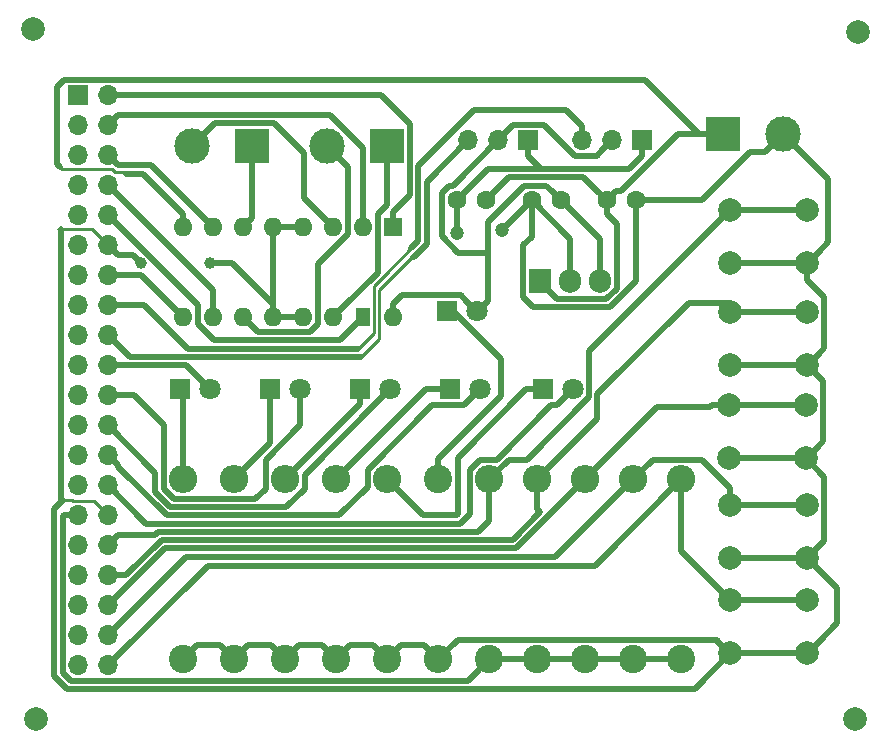
<source format=gbr>
G04 #@! TF.GenerationSoftware,KiCad,Pcbnew,(5.1.2)-2*
G04 #@! TF.CreationDate,2020-01-08T10:24:07+07:00*
G04 #@! TF.ProjectId,FPGA_PROJECT,46504741-5f50-4524-9f4a-4543542e6b69,rev?*
G04 #@! TF.SameCoordinates,Original*
G04 #@! TF.FileFunction,Copper,L2,Bot*
G04 #@! TF.FilePolarity,Positive*
%FSLAX46Y46*%
G04 Gerber Fmt 4.6, Leading zero omitted, Abs format (unit mm)*
G04 Created by KiCad (PCBNEW (5.1.2)-2) date 2020-01-08 10:24:07*
%MOMM*%
%LPD*%
G04 APERTURE LIST*
%ADD10O,1.700000X1.700000*%
%ADD11R,1.700000X1.700000*%
%ADD12C,2.400000*%
%ADD13O,2.400000X2.400000*%
%ADD14R,1.905000X2.000000*%
%ADD15O,1.905000X2.000000*%
%ADD16C,2.000000*%
%ADD17C,1.600000*%
%ADD18C,1.800000*%
%ADD19R,1.800000X1.800000*%
%ADD20C,3.000000*%
%ADD21R,3.000000X3.000000*%
%ADD22R,1.600000X1.600000*%
%ADD23O,1.600000X1.600000*%
%ADD24R,1.200000X1.600000*%
%ADD25C,1.000000*%
%ADD26C,1.200000*%
%ADD27C,0.500000*%
%ADD28C,0.250000*%
G04 APERTURE END LIST*
D10*
X130556000Y-37338000D03*
X133096000Y-37338000D03*
D11*
X135636000Y-37338000D03*
D12*
X118364000Y-66040000D03*
D13*
X118364000Y-81280000D03*
D14*
X127000000Y-49276000D03*
D15*
X129540000Y-49276000D03*
X132080000Y-49276000D03*
D12*
X114046000Y-81280000D03*
D13*
X114046000Y-66040000D03*
D16*
X149606000Y-51888000D03*
X149606000Y-56388000D03*
X143106000Y-51888000D03*
X143106000Y-56388000D03*
D13*
X109728000Y-66040000D03*
D12*
X109728000Y-81280000D03*
D17*
X132628000Y-42418000D03*
X135128000Y-42418000D03*
X119928000Y-42418000D03*
X122428000Y-42418000D03*
X128778000Y-42418000D03*
X126278000Y-42418000D03*
D18*
X121666000Y-51816000D03*
D19*
X119126000Y-51816000D03*
X96520000Y-58420000D03*
D18*
X99060000Y-58420000D03*
D19*
X104140000Y-58420000D03*
D18*
X106680000Y-58420000D03*
X114300000Y-58420000D03*
D19*
X111760000Y-58420000D03*
X119380000Y-58420000D03*
D18*
X121920000Y-58420000D03*
X129794000Y-58420000D03*
D19*
X127254000Y-58420000D03*
D20*
X147574000Y-36830000D03*
D21*
X142494000Y-36830000D03*
D11*
X125984000Y-37338000D03*
D10*
X123444000Y-37338000D03*
X120904000Y-37338000D03*
D21*
X102616000Y-37846000D03*
D20*
X97536000Y-37846000D03*
D21*
X114046000Y-37846000D03*
D20*
X108966000Y-37846000D03*
D13*
X96774000Y-66040000D03*
D12*
X96774000Y-81280000D03*
X101092000Y-81280000D03*
D13*
X101092000Y-66040000D03*
X105410000Y-66040000D03*
D12*
X105410000Y-81280000D03*
D16*
X143106000Y-47752000D03*
X143106000Y-43252000D03*
X149606000Y-47752000D03*
X149606000Y-43252000D03*
X143002000Y-64262000D03*
X143002000Y-59762000D03*
X149502000Y-64262000D03*
X149502000Y-59762000D03*
X149591001Y-68211001D03*
X149591001Y-72711001D03*
X143091001Y-68211001D03*
X143091001Y-72711001D03*
X143106000Y-80772000D03*
X143106000Y-76272000D03*
X149606000Y-80772000D03*
X149606000Y-76272000D03*
D22*
X114554000Y-44704000D03*
D23*
X96774000Y-52324000D03*
X112014000Y-44704000D03*
X99314000Y-52324000D03*
X109474000Y-44704000D03*
X101854000Y-52324000D03*
X106934000Y-44704000D03*
X104394000Y-52324000D03*
X104394000Y-44704000D03*
X106934000Y-52324000D03*
X101854000Y-44704000D03*
X109474000Y-52324000D03*
X99314000Y-44704000D03*
D24*
X112014000Y-52324000D03*
D23*
X96774000Y-44704000D03*
X114554000Y-52324000D03*
D11*
X87884000Y-33528000D03*
D10*
X90424000Y-33528000D03*
X87884000Y-36068000D03*
X90424000Y-36068000D03*
X87884000Y-38608000D03*
X90424000Y-38608000D03*
X87884000Y-41148000D03*
X90424000Y-41148000D03*
X87884000Y-43688000D03*
X90424000Y-43688000D03*
X87884000Y-46228000D03*
X90424000Y-46228000D03*
X87884000Y-48768000D03*
X90424000Y-48768000D03*
X87884000Y-51308000D03*
X90424000Y-51308000D03*
X87884000Y-53848000D03*
X90424000Y-53848000D03*
X87884000Y-56388000D03*
X90424000Y-56388000D03*
X87884000Y-58928000D03*
X90424000Y-58928000D03*
X87884000Y-61468000D03*
X90424000Y-61468000D03*
X87884000Y-64008000D03*
X90424000Y-64008000D03*
X87884000Y-66548000D03*
X90424000Y-66548000D03*
X87884000Y-69088000D03*
X90424000Y-69088000D03*
X87884000Y-71628000D03*
X90424000Y-71628000D03*
X87884000Y-74168000D03*
X90424000Y-74168000D03*
X87884000Y-76708000D03*
X90424000Y-76708000D03*
X87884000Y-79248000D03*
X90424000Y-79248000D03*
X87884000Y-81788000D03*
X90424000Y-81788000D03*
D12*
X122682000Y-81280000D03*
D13*
X122682000Y-66040000D03*
X126746000Y-66040000D03*
D12*
X126746000Y-81280000D03*
X130810000Y-81280000D03*
D13*
X130810000Y-66040000D03*
X134874000Y-66040000D03*
D12*
X134874000Y-81280000D03*
X138938000Y-81280000D03*
D13*
X138938000Y-66040000D03*
D16*
X153924000Y-28194000D03*
X153670000Y-86360000D03*
X84328000Y-86360000D03*
X84074000Y-27940000D03*
D25*
X99060000Y-47752000D03*
X93218000Y-47752000D03*
D26*
X119928000Y-45172000D03*
X123738000Y-44958000D03*
D27*
X128452500Y-50776000D02*
X127000000Y-49323500D01*
X127000000Y-49323500D02*
X127000000Y-49276000D01*
X133482510Y-49904438D02*
X132610948Y-50776000D01*
X133482510Y-44403880D02*
X133482510Y-49904438D01*
X132628000Y-43549370D02*
X133482510Y-44403880D01*
X132610948Y-50776000D02*
X128452500Y-50776000D01*
X132628000Y-42418000D02*
X132628000Y-43549370D01*
X96774000Y-43572630D02*
X93359379Y-40158009D01*
X96774000Y-44704000D02*
X96774000Y-43572630D01*
X93359379Y-40158009D02*
X91948000Y-40158009D01*
D28*
X90785815Y-39783001D02*
X86519001Y-39783001D01*
X91035823Y-40033009D02*
X90785815Y-39783001D01*
X91849009Y-40033009D02*
X91035823Y-40033009D01*
X91948000Y-40158009D02*
X91948000Y-40132000D01*
X91948000Y-40132000D02*
X91849009Y-40033009D01*
X86519001Y-39783001D02*
X86360000Y-39624000D01*
D27*
X86673999Y-32227999D02*
X86106000Y-32795998D01*
X135891999Y-32227999D02*
X86673999Y-32227999D01*
X140494000Y-36830000D02*
X135891999Y-32227999D01*
X86106000Y-39370000D02*
X86360000Y-39624000D01*
X86106000Y-32795998D02*
X86106000Y-39370000D01*
X131828001Y-41618001D02*
X132628000Y-42418000D01*
X130677989Y-40467989D02*
X131828001Y-41618001D01*
X124378011Y-40467989D02*
X130677989Y-40467989D01*
X122428000Y-42418000D02*
X124378011Y-40467989D01*
X140494000Y-36830000D02*
X142494000Y-36830000D01*
X138654002Y-36830000D02*
X140494000Y-36830000D01*
X133866001Y-41618001D02*
X138654002Y-36830000D01*
X133427999Y-41618001D02*
X133866001Y-41618001D01*
X132628000Y-42418000D02*
X133427999Y-41618001D01*
X104394000Y-44704000D02*
X106934000Y-44704000D01*
X99892001Y-80080001D02*
X101092000Y-81280000D01*
X97973999Y-80080001D02*
X99892001Y-80080001D01*
X96774000Y-81280000D02*
X97973999Y-80080001D01*
X104210001Y-80080001D02*
X105410000Y-81280000D01*
X102291999Y-80080001D02*
X104210001Y-80080001D01*
X101092000Y-81280000D02*
X102291999Y-80080001D01*
X108528001Y-80080001D02*
X109728000Y-81280000D01*
X106609999Y-80080001D02*
X108528001Y-80080001D01*
X105410000Y-81280000D02*
X106609999Y-80080001D01*
X112846001Y-80080001D02*
X114046000Y-81280000D01*
X110927999Y-80080001D02*
X112846001Y-80080001D01*
X109728000Y-81280000D02*
X110927999Y-80080001D01*
X117164001Y-80080001D02*
X118364000Y-81280000D01*
X115245999Y-80080001D02*
X117164001Y-80080001D01*
X114046000Y-81280000D02*
X115245999Y-80080001D01*
X150605999Y-55388001D02*
X149606000Y-56388000D01*
X151056001Y-54937999D02*
X150605999Y-55388001D01*
X151056001Y-50616214D02*
X151056001Y-54937999D01*
X149606000Y-49166213D02*
X151056001Y-50616214D01*
X149606000Y-47752000D02*
X149606000Y-49166213D01*
X150501999Y-63262001D02*
X149502000Y-64262000D01*
X150952001Y-62811999D02*
X150501999Y-63262001D01*
X150952001Y-57734001D02*
X150952001Y-62811999D01*
X149606000Y-56388000D02*
X150952001Y-57734001D01*
X150591000Y-71711002D02*
X149591001Y-72711001D01*
X151041002Y-71261000D02*
X150591000Y-71711002D01*
X151041002Y-65801002D02*
X151041002Y-71261000D01*
X149502000Y-64262000D02*
X151041002Y-65801002D01*
X150605999Y-79772001D02*
X149606000Y-80772000D01*
X152146000Y-78232000D02*
X150605999Y-79772001D01*
X152146000Y-75266000D02*
X152146000Y-78232000D01*
X149591001Y-72711001D02*
X152146000Y-75266000D01*
X144520213Y-80772000D02*
X149606000Y-80772000D01*
X143106000Y-80772000D02*
X144520213Y-80772000D01*
X143091001Y-72711001D02*
X149591001Y-72711001D01*
X143002000Y-64262000D02*
X149502000Y-64262000D01*
X143106000Y-56388000D02*
X149606000Y-56388000D01*
X143106000Y-47752000D02*
X149606000Y-47752000D01*
X150605999Y-46752001D02*
X149606000Y-47752000D01*
X151384000Y-45974000D02*
X150605999Y-46752001D01*
X151384000Y-40640000D02*
X151384000Y-45974000D01*
X147574000Y-36830000D02*
X151384000Y-40640000D01*
X129540000Y-45680000D02*
X126278000Y-42418000D01*
X129540000Y-49276000D02*
X129540000Y-45680000D01*
X104394000Y-45835370D02*
X104394000Y-52324000D01*
X104394000Y-44704000D02*
X104394000Y-45835370D01*
X135128000Y-43549370D02*
X135128000Y-42418000D01*
X135128000Y-49248911D02*
X135128000Y-43549370D01*
X132900901Y-51476010D02*
X135128000Y-49248911D01*
X126437508Y-51476010D02*
X132900901Y-51476010D01*
X125597499Y-50636001D02*
X126437508Y-51476010D01*
X125597499Y-46185449D02*
X125597499Y-50636001D01*
X126278000Y-45504948D02*
X125597499Y-46185449D01*
X126278000Y-42418000D02*
X126278000Y-45504948D01*
X142106001Y-79772001D02*
X143106000Y-80772000D01*
X141963999Y-79629999D02*
X142106001Y-79772001D01*
X120014001Y-79629999D02*
X141963999Y-79629999D01*
X118364000Y-81280000D02*
X120014001Y-79629999D01*
X85883989Y-82701954D02*
X85883989Y-68548011D01*
X86970046Y-83788011D02*
X85883989Y-82701954D01*
X143106000Y-80772000D02*
X140089989Y-83788011D01*
X140089989Y-83788011D02*
X86970046Y-83788011D01*
X85883989Y-68548011D02*
X86614000Y-67818000D01*
D28*
X89574001Y-68238001D02*
X90424000Y-69088000D01*
X89248999Y-67912999D02*
X89574001Y-68238001D01*
X87470999Y-67912999D02*
X89248999Y-67912999D01*
X87376000Y-67818000D02*
X87470999Y-67912999D01*
X86614000Y-67818000D02*
X87376000Y-67818000D01*
D27*
X146074001Y-38329999D02*
X147574000Y-36830000D01*
X144804003Y-38329999D02*
X146074001Y-38329999D01*
X140716002Y-42418000D02*
X144804003Y-38329999D01*
X135128000Y-42418000D02*
X140716002Y-42418000D01*
X104394000Y-51192630D02*
X100953370Y-47752000D01*
X104394000Y-52324000D02*
X104394000Y-51192630D01*
X100953370Y-47752000D02*
X99060000Y-47752000D01*
X99060000Y-47752000D02*
X99060000Y-47752000D01*
X91273999Y-47077999D02*
X92543999Y-47077999D01*
X90424000Y-46228000D02*
X91273999Y-47077999D01*
X92543999Y-47077999D02*
X93218000Y-47752000D01*
X93218000Y-47752000D02*
X93218000Y-47752000D01*
D28*
X90424000Y-46228000D02*
X89059001Y-44863001D01*
D27*
X86454999Y-67977001D02*
X85883989Y-68548011D01*
X86454999Y-44863001D02*
X86454999Y-67977001D01*
D28*
X86454999Y-44863001D02*
X86200999Y-44863001D01*
X89059001Y-44863001D02*
X86454999Y-44863001D01*
D27*
X120727999Y-41618001D02*
X119928000Y-42418000D01*
X122578021Y-39767979D02*
X120727999Y-41618001D01*
X135636000Y-38688000D02*
X134556021Y-39767979D01*
X135636000Y-37338000D02*
X135636000Y-38688000D01*
X104394000Y-52324000D02*
X106934000Y-52324000D01*
X119928000Y-42418000D02*
X119928000Y-45172000D01*
X126278000Y-42418000D02*
X123738000Y-44958000D01*
X119928000Y-45172000D02*
X119928000Y-45172000D01*
X123738000Y-44958000D02*
X123738000Y-44958000D01*
X127063979Y-39767979D02*
X129683979Y-39767979D01*
X125984000Y-38688000D02*
X127063979Y-39767979D01*
X125984000Y-37338000D02*
X125984000Y-38688000D01*
X134556021Y-39767979D02*
X129683979Y-39767979D01*
X129683979Y-39767979D02*
X122578021Y-39767979D01*
X132080000Y-45720000D02*
X128778000Y-42418000D01*
X132080000Y-49276000D02*
X132080000Y-45720000D01*
X120766001Y-50916001D02*
X121666000Y-51816000D01*
X120315999Y-50465999D02*
X120766001Y-50916001D01*
X115280631Y-50465999D02*
X120315999Y-50465999D01*
X114554000Y-51192630D02*
X115280631Y-50465999D01*
X114554000Y-52324000D02*
X114554000Y-51192630D01*
X127978001Y-41618001D02*
X128778000Y-42418000D01*
X127527999Y-41167999D02*
X127978001Y-41618001D01*
X125677999Y-41167999D02*
X127527999Y-41167999D01*
X122565999Y-44279999D02*
X125677999Y-41167999D01*
X121666000Y-51816000D02*
X122565999Y-50916001D01*
X132246001Y-38187999D02*
X133096000Y-37338000D01*
X131795999Y-38638001D02*
X132246001Y-38187999D01*
X129931999Y-38638001D02*
X131795999Y-38638001D01*
X127331997Y-36037999D02*
X129931999Y-38638001D01*
X124744001Y-36037999D02*
X127331997Y-36037999D01*
X123444000Y-37338000D02*
X124744001Y-36037999D01*
X118677999Y-45476001D02*
X120075997Y-46873999D01*
X118677999Y-41817999D02*
X118677999Y-45476001D01*
X119614001Y-41167999D02*
X119327999Y-41167999D01*
X120075997Y-46873999D02*
X122565999Y-46873999D01*
X123444000Y-37338000D02*
X119614001Y-41167999D01*
X119327999Y-41167999D02*
X118677999Y-41817999D01*
X122565999Y-50916001D02*
X122565999Y-46873999D01*
X122565999Y-46873999D02*
X122565999Y-44279999D01*
X118364000Y-64342944D02*
X118364000Y-66040000D01*
X123698000Y-59008944D02*
X118364000Y-64342944D01*
X123698000Y-55846002D02*
X123698000Y-59008944D01*
X119667998Y-51816000D02*
X123698000Y-55846002D01*
X119126000Y-51816000D02*
X119667998Y-51816000D01*
X96774000Y-58674000D02*
X96520000Y-58420000D01*
X96774000Y-66040000D02*
X96774000Y-58674000D01*
X97028000Y-56388000D02*
X99060000Y-58420000D01*
X90424000Y-56388000D02*
X97028000Y-56388000D01*
X104140000Y-62992000D02*
X104140000Y-58420000D01*
X101092000Y-66040000D02*
X104140000Y-62992000D01*
X106680000Y-59692792D02*
X106680000Y-58420000D01*
X106680000Y-61441962D02*
X106680000Y-59692792D01*
X103759999Y-64361963D02*
X106680000Y-61441962D01*
X103759999Y-66832001D02*
X103759999Y-64361963D01*
X102901999Y-67690001D02*
X103759999Y-66832001D01*
X95981999Y-67690001D02*
X102901999Y-67690001D01*
X95123999Y-66832001D02*
X95981999Y-67690001D01*
X95123999Y-61432047D02*
X95123999Y-66832001D01*
X92619952Y-58928000D02*
X95123999Y-61432047D01*
X90424000Y-58928000D02*
X92619952Y-58928000D01*
X113400001Y-59319999D02*
X114300000Y-58420000D01*
X107060001Y-65659999D02*
X113400001Y-59319999D01*
X105501991Y-68390011D02*
X107060001Y-66832001D01*
X95692046Y-68390011D02*
X105501991Y-68390011D01*
X94423989Y-67121954D02*
X95692046Y-68390011D01*
X107060001Y-66832001D02*
X107060001Y-65659999D01*
X94423989Y-65467989D02*
X94423989Y-67121954D01*
X90424000Y-61468000D02*
X94423989Y-65467989D01*
X111760000Y-59690000D02*
X111760000Y-58420000D01*
X105410000Y-66040000D02*
X111760000Y-59690000D01*
X117348000Y-58420000D02*
X109728000Y-66040000D01*
X119380000Y-58420000D02*
X117348000Y-58420000D01*
X121020001Y-59319999D02*
X121920000Y-58420000D01*
X120569999Y-59770001D02*
X121020001Y-59319999D01*
X112395999Y-65247999D02*
X117873997Y-59770001D01*
X112395999Y-66674001D02*
X112395999Y-65247999D01*
X109979979Y-69090021D02*
X112395999Y-66674001D01*
X95402093Y-69090021D02*
X109979979Y-69090021D01*
X117873997Y-59770001D02*
X120569999Y-59770001D01*
X91273999Y-64961927D02*
X95402093Y-69090021D01*
X91273999Y-64857999D02*
X91273999Y-64961927D01*
X90424000Y-64008000D02*
X91273999Y-64857999D01*
X93666031Y-69790031D02*
X120201969Y-69790031D01*
X90424000Y-66548000D02*
X93666031Y-69790031D01*
X121031999Y-65247999D02*
X121889999Y-64389999D01*
X120201969Y-69790031D02*
X121031999Y-68960001D01*
X121031999Y-68960001D02*
X121031999Y-65247999D01*
X128894001Y-59319999D02*
X129794000Y-58420000D01*
X128443999Y-59770001D02*
X128894001Y-59319999D01*
X127962037Y-59770001D02*
X128443999Y-59770001D01*
X123342039Y-64389999D02*
X127962037Y-59770001D01*
X121889999Y-64389999D02*
X123342039Y-64389999D01*
X120014001Y-68961999D02*
X119885979Y-69090021D01*
X120014001Y-64259999D02*
X120014001Y-68961999D01*
X127254000Y-58420000D02*
X125854000Y-58420000D01*
X125854000Y-58420000D02*
X120014001Y-64259999D01*
X117096021Y-69090021D02*
X114046000Y-66040000D01*
X119885979Y-69090021D02*
X117096021Y-69090021D01*
X91626081Y-33528000D02*
X90424000Y-33528000D01*
X113538002Y-33528000D02*
X91626081Y-33528000D01*
X115996001Y-35985999D02*
X113538002Y-33528000D01*
X115996001Y-41961999D02*
X115996001Y-35985999D01*
X114554000Y-43404000D02*
X115996001Y-41961999D01*
X114554000Y-44704000D02*
X114554000Y-43404000D01*
X112014000Y-43572630D02*
X112014000Y-44704000D01*
X112014000Y-38007998D02*
X112014000Y-43572630D01*
X109201991Y-35195989D02*
X112014000Y-38007998D01*
X91296011Y-35195989D02*
X109201991Y-35195989D01*
X90424000Y-36068000D02*
X91296011Y-35195989D01*
X98514001Y-43904001D02*
X99314000Y-44704000D01*
X94067999Y-39457999D02*
X98514001Y-43904001D01*
X91273999Y-39457999D02*
X94067999Y-39457999D01*
X90424000Y-38608000D02*
X91273999Y-39457999D01*
X99314000Y-50038000D02*
X90424000Y-41148000D01*
X99314000Y-52324000D02*
X99314000Y-50038000D01*
X91273999Y-44537999D02*
X90424000Y-43688000D01*
X98024001Y-51288001D02*
X91273999Y-44537999D01*
X98024001Y-52924001D02*
X98024001Y-51288001D01*
X99374011Y-54274011D02*
X98024001Y-52924001D01*
X110063989Y-54274011D02*
X99374011Y-54274011D01*
X112014000Y-52324000D02*
X110063989Y-54274011D01*
X93218000Y-48768000D02*
X96774000Y-52324000D01*
X90424000Y-48768000D02*
X93218000Y-48768000D01*
X90424000Y-51308000D02*
X93487982Y-51308000D01*
X93487982Y-51308000D02*
X97154003Y-54974021D01*
D28*
X116332000Y-46228000D02*
X116078000Y-46482000D01*
D27*
X97154003Y-54974021D02*
X111573981Y-54974021D01*
D28*
X113839009Y-48720991D02*
X116078000Y-46482000D01*
X113839009Y-48772177D02*
X113839009Y-48720991D01*
X112939001Y-49672185D02*
X113839009Y-48772177D01*
X112939001Y-53609001D02*
X112939001Y-49672185D01*
X111573981Y-54974021D02*
X112939001Y-53609001D01*
D27*
X116696011Y-45863989D02*
X116078000Y-46482000D01*
X116696011Y-39513989D02*
X116696011Y-45863989D01*
X121412000Y-34798000D02*
X116696011Y-39513989D01*
X129218081Y-34798000D02*
X121412000Y-34798000D01*
X130556000Y-37338000D02*
X130556000Y-36135919D01*
X130556000Y-36135919D02*
X129218081Y-34798000D01*
X111849974Y-55687990D02*
X111863935Y-55674029D01*
X90424000Y-53848000D02*
X92263990Y-55687990D01*
X92263990Y-55687990D02*
X111849974Y-55687990D01*
D28*
X113389010Y-54148954D02*
X113389010Y-49984176D01*
X111849974Y-55687990D02*
X113389010Y-54148954D01*
X113389010Y-49984176D02*
X116316178Y-47057008D01*
D27*
X120904000Y-37338000D02*
X117396021Y-40845979D01*
X116367954Y-47182008D02*
X116230593Y-47182008D01*
X117396021Y-40845979D02*
X117396021Y-46153942D01*
X117396021Y-46153942D02*
X116367954Y-47182008D01*
X122682000Y-81280000D02*
X126746000Y-81280000D01*
X130810000Y-81280000D02*
X126746000Y-81280000D01*
X130810000Y-81280000D02*
X134874000Y-81280000D01*
X134874000Y-81280000D02*
X138938000Y-81280000D01*
X121482001Y-82479999D02*
X122682000Y-81280000D01*
X87259999Y-83088001D02*
X120873999Y-83088001D01*
X86583999Y-82412001D02*
X87259999Y-83088001D01*
X86583999Y-69185920D02*
X86583999Y-82412001D01*
X86681919Y-69088000D02*
X86583999Y-69185920D01*
X120873999Y-83088001D02*
X121482001Y-82479999D01*
X87884000Y-69088000D02*
X86681919Y-69088000D01*
X102616000Y-43942000D02*
X101854000Y-44704000D01*
X102616000Y-37846000D02*
X102616000Y-43942000D01*
X108674001Y-43904001D02*
X109474000Y-44704000D01*
X107015999Y-42245999D02*
X108674001Y-43904001D01*
X107015999Y-38435997D02*
X107015999Y-42245999D01*
X104476001Y-35895999D02*
X107015999Y-38435997D01*
X99486001Y-35895999D02*
X104476001Y-35895999D01*
X97536000Y-37846000D02*
X99486001Y-35895999D01*
X110273999Y-51524001D02*
X109474000Y-52324000D01*
X113264001Y-48533999D02*
X110273999Y-51524001D01*
X113264001Y-43583997D02*
X113264001Y-48533999D01*
X114046000Y-42801998D02*
X113264001Y-43583997D01*
X114046000Y-37846000D02*
X114046000Y-42801998D01*
X110465999Y-39345999D02*
X108966000Y-37846000D01*
X110724001Y-45304001D02*
X110724001Y-39604001D01*
X108223999Y-47804003D02*
X110724001Y-45304001D01*
X108223999Y-52884003D02*
X108223999Y-47804003D01*
X110724001Y-39604001D02*
X110465999Y-39345999D01*
X107534001Y-53574001D02*
X108223999Y-52884003D01*
X103104001Y-53574001D02*
X107534001Y-53574001D01*
X101854000Y-52324000D02*
X103104001Y-53574001D01*
X131144001Y-55213999D02*
X143106000Y-43252000D01*
X131144001Y-59101999D02*
X131144001Y-55213999D01*
X125856001Y-64389999D02*
X131144001Y-59101999D01*
X122682000Y-66040000D02*
X124332001Y-64389999D01*
X124332001Y-64389999D02*
X125856001Y-64389999D01*
X144520213Y-43252000D02*
X149606000Y-43252000D01*
X143106000Y-43252000D02*
X144520213Y-43252000D01*
X94374073Y-70778001D02*
X94662033Y-70490041D01*
X90424000Y-71628000D02*
X91273999Y-70778001D01*
X91273999Y-70778001D02*
X94374073Y-70778001D01*
X94662033Y-70490041D02*
X121787959Y-70490041D01*
X122682000Y-69596000D02*
X122682000Y-66040000D01*
X121787959Y-70490041D02*
X122682000Y-69596000D01*
X141676788Y-51111001D02*
X143091001Y-51111001D01*
X139572997Y-51111001D02*
X141676788Y-51111001D01*
X131844011Y-58839987D02*
X139572997Y-51111001D01*
X131844011Y-60941989D02*
X131844011Y-58839987D01*
X126746000Y-66040000D02*
X131844011Y-60941989D01*
X144520213Y-51888000D02*
X149606000Y-51888000D01*
X143106000Y-51888000D02*
X144520213Y-51888000D01*
X91974037Y-74168000D02*
X94951986Y-71190051D01*
X90424000Y-74168000D02*
X91974037Y-74168000D01*
X94951986Y-71190051D02*
X124669987Y-71190051D01*
X124669987Y-71190051D02*
X127013019Y-68847019D01*
X126746000Y-68580000D02*
X126746000Y-66040000D01*
X127013019Y-68847019D02*
X126746000Y-68580000D01*
X90424000Y-76708000D02*
X95241939Y-71890061D01*
X124959939Y-71890061D02*
X130810000Y-66040000D01*
X95241939Y-71890061D02*
X124959939Y-71890061D01*
X141587787Y-59762000D02*
X143002000Y-59762000D01*
X141405787Y-59944000D02*
X141587787Y-59762000D01*
X136906000Y-59944000D02*
X141405787Y-59944000D01*
X130810000Y-66040000D02*
X136906000Y-59944000D01*
X144416213Y-59762000D02*
X149502000Y-59762000D01*
X143002000Y-59762000D02*
X144416213Y-59762000D01*
X128270000Y-72644000D02*
X134874000Y-66040000D01*
X90424000Y-79248000D02*
X97028000Y-72644000D01*
X97028000Y-72644000D02*
X128270000Y-72644000D01*
X143091001Y-66796788D02*
X143091001Y-68211001D01*
X140684212Y-64389999D02*
X143091001Y-66796788D01*
X136524001Y-64389999D02*
X140684212Y-64389999D01*
X134874000Y-66040000D02*
X136524001Y-64389999D01*
X143091001Y-68211001D02*
X149591001Y-68211001D01*
X90424000Y-81788000D02*
X98867990Y-73344010D01*
X131633990Y-73344010D02*
X138938000Y-66040000D01*
X98867990Y-73344010D02*
X131633990Y-73344010D01*
X138938000Y-72104000D02*
X143106000Y-76272000D01*
X138938000Y-66040000D02*
X138938000Y-72104000D01*
X144520213Y-76272000D02*
X149606000Y-76272000D01*
X143106000Y-76272000D02*
X144520213Y-76272000D01*
M02*

</source>
